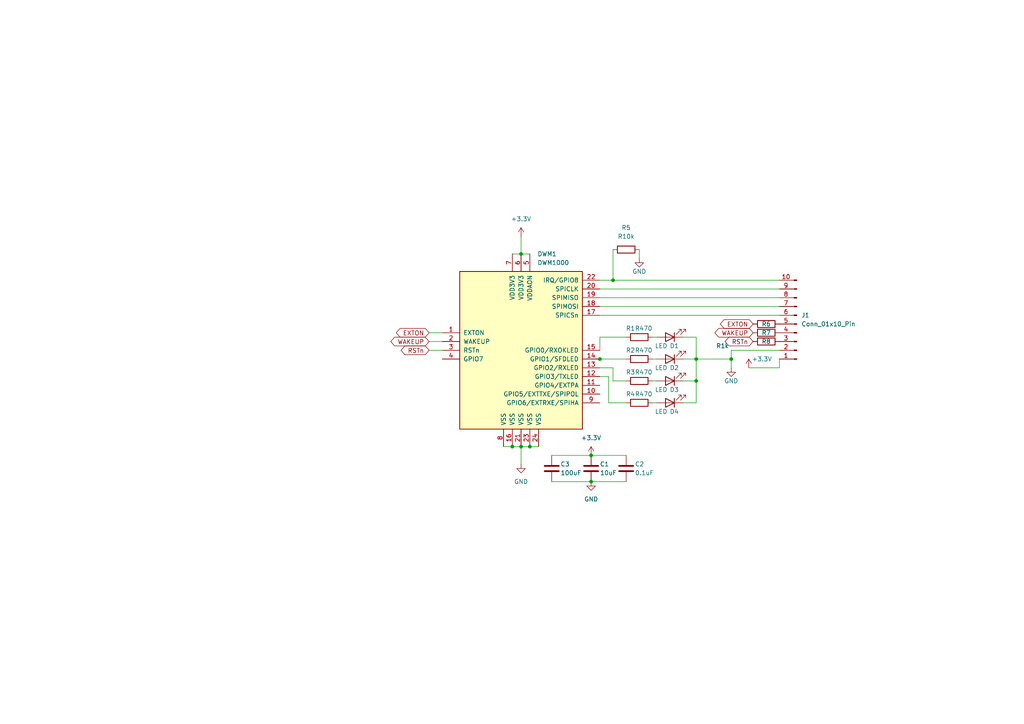
<source format=kicad_sch>
(kicad_sch (version 20230121) (generator eeschema)
  (paper "A4")
  (lib_symbols
    (symbol "Connector:Conn_01x10_Pin" (pin_names (offset 1.016) hide)
      (property "Reference" "J" (at 0 12.7 0))
      (property "Value" "Conn_01x10_Pin" (at 0 -15.24 0))
      (symbol "Conn_01x10_Pin_1_1"
        (polyline (pts (xy 1.27 -12.7) (xy 0.8636 -12.7)) (stroke (width 0.1524)))
        (polyline (pts (xy 1.27 -10.16) (xy 0.8636 -10.16)) (stroke (width 0.1524)))
        (polyline (pts (xy 1.27 -7.62) (xy 0.8636 -7.62)) (stroke (width 0.1524)))
        (polyline (pts (xy 1.27 -5.08) (xy 0.8636 -5.08)) (stroke (width 0.1524)))
        (polyline (pts (xy 1.27 -2.54) (xy 0.8636 -2.54)) (stroke (width 0.1524)))
        (polyline (pts (xy 1.27 0) (xy 0.8636 0)) (stroke (width 0.1524)))
        (polyline (pts (xy 1.27 2.54) (xy 0.8636 2.54)) (stroke (width 0.1524)))
        (polyline (pts (xy 1.27 5.08) (xy 0.8636 5.08)) (stroke (width 0.1524)))
        (polyline (pts (xy 1.27 7.62) (xy 0.8636 7.62)) (stroke (width 0.1524)))
        (polyline (pts (xy 1.27 10.16) (xy 0.8636 10.16)) (stroke (width 0.1524)))
        (rectangle (start 0.8636 -12.573) (end 0 -12.827) (stroke (width 0.1524)) (fill (type outline)))
        (rectangle (start 0.8636 -10.033) (end 0 -10.287) (stroke (width 0.1524)) (fill (type outline)))
        (rectangle (start 0.8636 -7.493) (end 0 -7.747) (stroke (width 0.1524)) (fill (type outline)))
        (rectangle (start 0.8636 -4.953) (end 0 -5.207) (stroke (width 0.1524)) (fill (type outline)))
        (rectangle (start 0.8636 -2.413) (end 0 -2.667) (stroke (width 0.1524)) (fill (type outline)))
        (rectangle (start 0.8636 0.127) (end 0 -0.127) (stroke (width 0.1524)) (fill (type outline)))
        (rectangle (start 0.8636 2.667) (end 0 2.413) (stroke (width 0.1524)) (fill (type outline)))
        (rectangle (start 0.8636 5.207) (end 0 4.953) (stroke (width 0.1524)) (fill (type outline)))
        (rectangle (start 0.8636 7.747) (end 0 7.493) (stroke (width 0.1524)) (fill (type outline)))
        (rectangle (start 0.8636 10.287) (end 0 10.033) (stroke (width 0.1524)) (fill (type outline)))
        (pin passive line (at 5.08 10.16 180) (length 3.81) (name "Pin_1") (number "1"))
        (pin passive line (at 5.08 -12.7 180) (length 3.81) (name "Pin_10") (number "10"))
        (pin passive line (at 5.08 7.62 180) (length 3.81) (name "Pin_2") (number "2"))
        (pin passive line (at 5.08 5.08 180) (length 3.81) (name "Pin_3") (number "3"))
        (pin passive line (at 5.08 2.54 180) (length 3.81) (name "Pin_4") (number "4"))
        (pin passive line (at 5.08 0 180) (length 3.81) (name "Pin_5") (number "5"))
        (pin passive line (at 5.08 -2.54 180) (length 3.81) (name "Pin_6") (number "6"))
        (pin passive line (at 5.08 -5.08 180) (length 3.81) (name "Pin_7") (number "7"))
        (pin passive line (at 5.08 -7.62 180) (length 3.81) (name "Pin_8") (number "8"))
        (pin passive line (at 5.08 -10.16 180) (length 3.81) (name "Pin_9") (number "9"))
      )
    )
    (symbol "Device:C" (pin_numbers hide) (pin_names (offset 0.254))
      (property "Reference" "C" (at 0.635 2.54 0))
      (property "Value" "C" (at 0.635 -2.54 0))
      (symbol "C_0_1"
        (polyline (pts (xy -2.032 -0.762) (xy 2.032 -0.762)) (stroke (width 0.508)))
        (polyline (pts (xy -2.032 0.762) (xy 2.032 0.762)) (stroke (width 0.508)))
      )
      (symbol "C_1_1"
        (pin passive line (at 0 3.81 270) (length 2.794) (name "~") (number "1"))
        (pin passive line (at 0 -3.81 90) (length 2.794) (name "~") (number "2"))
      )
    )
    (symbol "Device:LED" (pin_numbers hide) (pin_names (offset 1.016) hide)
      (property "Reference" "D" (at 0 2.54 0))
      (property "Value" "LED" (at 0 -2.54 0))
      (symbol "LED_0_1"
        (polyline (pts (xy -1.27 -1.27) (xy -1.27 1.27)) (stroke (width 0.254)))
        (polyline (pts (xy -1.27 0) (xy 1.27 0)))
        (polyline (pts (xy 1.27 -1.27) (xy 1.27 1.27) (xy -1.27 0) (xy 1.27 -1.27)) (stroke (width 0.254)))
        (polyline (pts (xy -3.048 -0.762) (xy -4.572 -2.286) (xy -3.81 -2.286) (xy -4.572 -2.286) (xy -4.572 -1.524)))
        (polyline (pts (xy -1.778 -0.762) (xy -3.302 -2.286) (xy -2.54 -2.286) (xy -3.302 -2.286) (xy -3.302 -1.524)))
      )
      (symbol "LED_1_1"
        (pin passive line (at -3.81 0 0) (length 2.54) (name "K") (number "1"))
        (pin passive line (at 3.81 0 180) (length 2.54) (name "A") (number "2"))
      )
    )
    (symbol "Device:R" (pin_numbers hide) (pin_names (offset 0))
      (property "Reference" "R" (at 2.032 0 90))
      (property "Value" "R" (at 0 0 90))
      (symbol "R_0_1"
        (rectangle (start -1.016 -2.54) (end 1.016 2.54) (stroke (width 0.254)))
      )
      (symbol "R_1_1"
        (pin passive line (at 0 3.81 270) (length 1.27) (name "~") (number "1"))
        (pin passive line (at 0 -3.81 90) (length 1.27) (name "~") (number "2"))
      )
    )
    (symbol "RF_Module:DWM1000" (pin_names (offset 1.016))
      (property "Reference" "DWM" (at 7.62 25.4 0))
      (property "Value" "DWM1000" (at 1.27 3.81 0))
      (symbol "DWM1000_0_1"
        (rectangle (start 17.78 22.86) (end -17.78 -22.86) (stroke (width 0.254)) (fill (type background)))
      )
      (symbol "DWM1000_1_1"
        (pin output line (at -22.86 5.08 0) (length 5.08) (name "EXTON") (number "1"))
        (pin bidirectional line (at 22.86 -12.7 180) (length 5.08) (name "GPIO5/EXTTXE/SPIPOL") (number "10"))
        (pin bidirectional line (at 22.86 -10.16 180) (length 5.08) (name "GPIO4/EXTPA") (number "11"))
        (pin bidirectional line (at 22.86 -7.62 180) (length 5.08) (name "GPIO3/TXLED") (number "12"))
        (pin bidirectional line (at 22.86 -5.08 180) (length 5.08) (name "GPIO2/RXLED") (number "13"))
        (pin bidirectional line (at 22.86 -2.54 180) (length 5.08) (name "GPIO1/SFDLED") (number "14"))
        (pin bidirectional line (at 22.86 0 180) (length 5.08) (name "GPIO0/RXOKLED") (number "15"))
        (pin power_in line (at -2.54 -27.94 90) (length 5.08) (name "VSS") (number "16"))
        (pin input line (at 22.86 10.16 180) (length 5.08) (name "SPICSn") (number "17"))
        (pin input line (at 22.86 12.7 180) (length 5.08) (name "SPIMOSI") (number "18"))
        (pin output line (at 22.86 15.24 180) (length 5.08) (name "SPIMISO") (number "19"))
        (pin bidirectional line (at -22.86 2.54 0) (length 5.08) (name "WAKEUP") (number "2"))
        (pin input line (at 22.86 17.78 180) (length 5.08) (name "SPICLK") (number "20"))
        (pin power_in line (at 0 -27.94 90) (length 5.08) (name "VSS") (number "21"))
        (pin bidirectional line (at 22.86 20.32 180) (length 5.08) (name "IRQ/GPIO8") (number "22"))
        (pin power_in line (at 2.54 -27.94 90) (length 5.08) (name "VSS") (number "23"))
        (pin power_in line (at 5.08 -27.94 90) (length 5.08) (name "VSS") (number "24"))
        (pin bidirectional line (at -22.86 0 0) (length 5.08) (name "RSTn") (number "3"))
        (pin bidirectional line (at -22.86 -2.54 0) (length 5.08) (name "GPIO7") (number "4"))
        (pin power_in line (at 2.54 27.94 270) (length 5.08) (name "VDDAON") (number "5"))
        (pin power_in line (at 0 27.94 270) (length 5.08) (name "VDD3V3") (number "6"))
        (pin power_in line (at -2.54 27.94 270) (length 5.08) (name "VDD3V3") (number "7"))
        (pin power_in line (at -5.08 -27.94 90) (length 5.08) (name "VSS") (number "8"))
        (pin bidirectional line (at 22.86 -15.24 180) (length 5.08) (name "GPIO6/EXTRXE/SPIHA") (number "9"))
      )
    )
    (symbol "power:+3.3V" (power) (pin_names (offset 0))
      (property "Value" "+3.3V" (at 0 3.556 0))
      (symbol "+3.3V_0_1"
        (polyline (pts (xy -0.762 1.27) (xy 0 2.54)))
        (polyline (pts (xy 0 0) (xy 0 2.54)))
        (polyline (pts (xy 0 2.54) (xy 0.762 1.27)))
      )
      (symbol "+3.3V_1_1"
        (pin power_in line (at 0 0 90) (length 0) hide (name "+3.3V") (number "1"))
      )
    )
    (symbol "power:GND" (power) (pin_names (offset 0))
      (property "Value" "GND" (at 0 -3.81 0))
      (symbol "GND_0_1"
        (polyline (pts (xy 0 0) (xy 0 -1.27) (xy 1.27 -1.27) (xy 0 -2.54) (xy -1.27 -1.27) (xy 0 -1.27)))
      )
      (symbol "GND_1_1"
        (pin power_in line (at 0 0 270) (length 0) hide (name "GND") (number "1"))
      )
    )
  )
  (junction (at 201.93 104.14))
  (junction (at 151.13 129.54))
  (junction (at 171.45 139.7))
  (junction (at 201.93 110.49))
  (junction (at 153.67 129.54))
  (junction (at 177.8 81.28))
  (junction (at 173.99 104.14))
  (junction (at 148.59 129.54))
  (junction (at 212.09 104.14))
  (junction (at 171.45 132.08))
  (junction (at 151.13 73.66))
  (wire (pts (xy 189.23 104.14) (xy 190.5 104.14)))
  (wire (pts (xy 212.09 101.6) (xy 226.06 101.6)))
  (wire (pts (xy 201.93 116.84) (xy 201.93 110.49)))
  (wire (pts (xy 151.13 129.54) (xy 153.67 129.54)))
  (wire (pts (xy 177.8 106.68) (xy 177.8 110.49)))
  (wire (pts (xy 160.02 132.08) (xy 171.45 132.08)))
  (wire (pts (xy 226.06 106.68) (xy 217.17 106.68)))
  (wire (pts (xy 124.46 101.6) (xy 128.27 101.6)))
  (wire (pts (xy 171.45 139.7) (xy 181.61 139.7)))
  (wire (pts (xy 189.23 110.49) (xy 190.5 110.49)))
  (wire (pts (xy 177.8 72.39) (xy 177.8 81.28)))
  (wire (pts (xy 148.59 73.66) (xy 151.13 73.66)))
  (wire (pts (xy 198.12 97.79) (xy 201.93 97.79)))
  (wire (pts (xy 124.46 99.06) (xy 128.27 99.06)))
  (wire (pts (xy 172.72 104.14) (xy 173.99 104.14)))
  (wire (pts (xy 146.05 129.54) (xy 148.59 129.54)))
  (wire (pts (xy 201.93 104.14) (xy 198.12 104.14)))
  (wire (pts (xy 160.02 139.7) (xy 171.45 139.7)))
  (wire (pts (xy 173.99 83.82) (xy 226.06 83.82)))
  (wire (pts (xy 177.8 110.49) (xy 181.61 110.49)))
  (wire (pts (xy 176.53 116.84) (xy 181.61 116.84)))
  (wire (pts (xy 189.23 97.79) (xy 190.5 97.79)))
  (wire (pts (xy 201.93 97.79) (xy 201.93 104.14)))
  (wire (pts (xy 201.93 104.14) (xy 212.09 104.14)))
  (wire (pts (xy 176.53 109.22) (xy 173.99 109.22)))
  (wire (pts (xy 212.09 101.6) (xy 212.09 104.14)))
  (wire (pts (xy 201.93 110.49) (xy 201.93 104.14)))
  (wire (pts (xy 148.59 129.54) (xy 151.13 129.54)))
  (wire (pts (xy 198.12 110.49) (xy 201.93 110.49)))
  (wire (pts (xy 151.13 68.58) (xy 151.13 73.66)))
  (wire (pts (xy 171.45 132.08) (xy 181.61 132.08)))
  (wire (pts (xy 226.06 104.14) (xy 226.06 106.68)))
  (wire (pts (xy 151.13 73.66) (xy 153.67 73.66)))
  (wire (pts (xy 173.99 86.36) (xy 226.06 86.36)))
  (wire (pts (xy 153.67 129.54) (xy 156.21 129.54)))
  (wire (pts (xy 212.09 106.68) (xy 212.09 104.14)))
  (wire (pts (xy 173.99 81.28) (xy 177.8 81.28)))
  (wire (pts (xy 151.13 129.54) (xy 151.13 134.62)))
  (wire (pts (xy 173.99 97.79) (xy 181.61 97.79)))
  (wire (pts (xy 189.23 116.84) (xy 190.5 116.84)))
  (wire (pts (xy 173.99 106.68) (xy 177.8 106.68)))
  (wire (pts (xy 176.53 109.22) (xy 176.53 116.84)))
  (wire (pts (xy 185.42 72.39) (xy 185.42 74.93)))
  (wire (pts (xy 198.12 116.84) (xy 201.93 116.84)))
  (wire (pts (xy 173.99 88.9) (xy 226.06 88.9)))
  (wire (pts (xy 177.8 81.28) (xy 226.06 81.28)))
  (wire (pts (xy 173.99 104.14) (xy 181.61 104.14)))
  (wire (pts (xy 173.99 91.44) (xy 226.06 91.44)))
  (wire (pts (xy 124.46 96.52) (xy 128.27 96.52)))
  (wire (pts (xy 173.99 97.79) (xy 173.99 101.6)))
  (global_label "EXTON" (shape bidirectional) (at 218.44 93.98 180) (property "Intersheetrefs" "${INTERSHEET_REFS}" (effects hide)))
  (global_label "WAKEUP" (shape bidirectional) (at 124.46 99.06 180) (property "Intersheetrefs" "${INTERSHEET_REFS}" (effects hide)))
  (global_label "EXTON" (shape bidirectional) (at 124.46 96.52 180) (property "Intersheetrefs" "${INTERSHEET_REFS}" (effects hide)))
  (global_label "RSTn" (shape bidirectional) (at 124.46 101.6 180) (property "Intersheetrefs" "${INTERSHEET_REFS}" (effects hide)))
  (global_label "RSTn" (shape bidirectional) (at 218.44 99.06 180) (property "Intersheetrefs" "${INTERSHEET_REFS}" (effects hide)))
  (global_label "WAKEUP" (shape bidirectional) (at 218.44 96.52 180) (property "Intersheetrefs" "${INTERSHEET_REFS}" (effects hide)))
  (symbol (lib_id "Device:R") (at 185.42 116.84 90) (unit 1)
    (property "Reference" "R4" (at 182.88 114.3 90))
    (property "Value" "R470" (at 186.69 114.3 90))
    (property "Footprint" "Resistor_SMD:R_0201_0603Metric" (effects hide))
  )
  (symbol (lib_id "power:GND") (at 151.13 134.62 0) (unit 1)
    (property "Reference" "#PWR01" (effects hide))
    (property "Value" "GND" (at 151.13 139.7 0))
  )
  (symbol (lib_id "power:GND") (at 212.09 106.68 0) (unit 1)
    (property "Reference" "#PWR04" (effects hide))
    (property "Value" "GND" (at 212.09 110.49 0))
  )
  (symbol (lib_id "RF_Module:DWM1000") (at 151.13 101.6 0) (unit 1)
    (property "Reference" "DWM1" (at 155.8641 73.66 0) (effects (justify left)))
    (property "Value" "DWM1000" (at 155.8641 76.2 0) (effects (justify left)))
    (property "Footprint" "RF_Module:DWM1000" (effects hide))
    (property "Datasheet" "https://www.decawave.com/sites/default/files/resources/dwm1000-datasheet-v1.3.pdf" (effects hide))
  )
  (symbol (lib_id "Device:R") (at 222.25 93.98 90) (unit 1)
    (property "Reference" "R6" (at 222.25 93.98 90))
    (property "Value" "R1k" (effects hide))
    (property "Footprint" "Resistor_SMD:R_0201_0603Metric" (effects hide))
  )
  (symbol (lib_id "Device:C") (at 181.61 135.89 0) (unit 1)
    (property "Reference" "C2" (at 184.15 134.62 0) (effects (justify left)))
    (property "Value" "0.1uF" (at 184.15 137.16 0) (effects (justify left)))
    (property "Footprint" "Capacitor_SMD:C_1206_3216Metric" (effects hide))
  )
  (symbol (lib_id "Device:C") (at 160.02 135.89 0) (unit 1)
    (property "Reference" "C3" (at 162.56 134.62 0) (effects (justify left)))
    (property "Value" "100uF" (at 162.56 137.16 0) (effects (justify left)))
    (property "Footprint" "Capacitor_THT:CP_Radial_D6.3mm_P2.50mm" (effects hide))
  )
  (symbol (lib_id "Device:LED") (at 194.31 104.14 180) (unit 1)
    (property "Reference" "D2" (at 195.58 106.68 0))
    (property "Value" "LED" (at 191.77 106.68 0))
    (property "Footprint" "LED_THT:LED_D3.0mm" (effects hide))
  )
  (symbol (lib_id "Connector:Conn_01x10_Pin") (at 231.14 93.98 180) (unit 1)
    (property "Reference" "J1" (at 232.41 91.44 0) (effects (justify right)))
    (property "Value" "Conn_01x10_Pin" (at 232.41 93.98 0) (effects (justify right)))
    (property "Footprint" "Connector_PinHeader_2.54mm:PinHeader_1x10_P2.54mm_Vertical" (effects hide))
  )
  (symbol (lib_id "power:+3.3V") (at 171.45 132.08 0) (unit 1)
    (property "Reference" "#PWR07" (effects hide))
    (property "Value" "+3.3V" (at 171.45 127 0))
  )
  (symbol (lib_id "power:GND") (at 185.42 74.93 0) (unit 1)
    (property "Reference" "#PWR03" (effects hide))
    (property "Value" "GND" (at 185.42 78.74 0))
  )
  (symbol (lib_id "Device:LED") (at 194.31 97.79 180) (unit 1)
    (property "Reference" "D1" (at 195.58 100.33 0))
    (property "Value" "LED" (at 191.77 100.33 0))
    (property "Footprint" "LED_THT:LED_D3.0mm" (effects hide))
  )
  (symbol (lib_id "Device:R") (at 222.25 99.06 90) (unit 1)
    (property "Reference" "R8" (at 222.25 99.06 90))
    (property "Value" "R1k" (effects hide))
    (property "Footprint" "Resistor_SMD:R_0201_0603Metric" (effects hide))
  )
  (symbol (lib_id "power:+3.3V") (at 217.17 106.68 0) (unit 1)
    (property "Reference" "#PWR06" (effects hide))
    (property "Value" "+3.3V" (at 220.98 104.14 0))
  )
  (symbol (lib_id "Device:R") (at 185.42 110.49 90) (unit 1)
    (property "Reference" "R3" (at 182.88 107.95 90))
    (property "Value" "R470" (at 186.69 107.95 90))
    (property "Footprint" "Resistor_SMD:R_0201_0603Metric" (effects hide))
  )
  (symbol (lib_id "Device:R") (at 222.25 96.52 90) (unit 1)
    (property "Reference" "R7" (at 222.25 96.52 90))
    (property "Value" "R1k" (at 209.55 100.33 90))
    (property "Footprint" "Resistor_SMD:R_0201_0603Metric" (effects hide))
  )
  (symbol (lib_id "Device:R") (at 185.42 104.14 90) (unit 1)
    (property "Reference" "R2" (at 182.88 101.6 90))
    (property "Value" "R470" (at 186.69 101.6 90))
    (property "Footprint" "Resistor_SMD:R_0201_0603Metric" (effects hide))
  )
  (symbol (lib_id "Device:R") (at 185.42 97.79 90) (unit 1)
    (property "Reference" "R1" (at 182.88 95.25 90))
    (property "Value" "R470" (at 186.69 95.25 90))
    (property "Footprint" "Resistor_SMD:R_0201_0603Metric" (effects hide))
  )
  (symbol (lib_id "Device:C") (at 171.45 135.89 0) (unit 1)
    (property "Reference" "C1" (at 173.99 134.62 0) (effects (justify left)))
    (property "Value" "10uF" (at 173.99 137.16 0) (effects (justify left)))
    (property "Footprint" "Capacitor_SMD:C_1206_3216Metric" (effects hide))
  )
  (symbol (lib_id "power:+3.3V") (at 151.13 68.58 0) (unit 1)
    (property "Reference" "#PWR02" (effects hide))
    (property "Value" "+3.3V" (at 151.13 63.5 0))
  )
  (symbol (lib_id "power:GND") (at 171.45 139.7 0) (unit 1)
    (property "Reference" "#PWR05" (effects hide))
    (property "Value" "GND" (at 171.45 144.78 0))
  )
  (symbol (lib_id "Device:R") (at 181.61 72.39 90) (unit 1)
    (property "Reference" "R5" (at 181.61 66.04 90))
    (property "Value" "R10k" (at 181.61 68.58 90))
    (property "Footprint" "Resistor_SMD:R_0201_0603Metric" (effects hide))
  )
  (symbol (lib_id "Device:LED") (at 194.31 116.84 180) (unit 1)
    (property "Reference" "D4" (at 195.58 119.38 0))
    (property "Value" "LED" (at 191.77 119.38 0))
    (property "Footprint" "LED_THT:LED_D3.0mm" (effects hide))
  )
  (symbol (lib_id "Device:LED") (at 194.31 110.49 180) (unit 1)
    (property "Reference" "D3" (at 195.58 113.03 0))
    (property "Value" "LED" (at 191.77 113.03 0))
    (property "Footprint" "LED_THT:LED_D3.0mm" (effects hide))
  )
)
</source>
